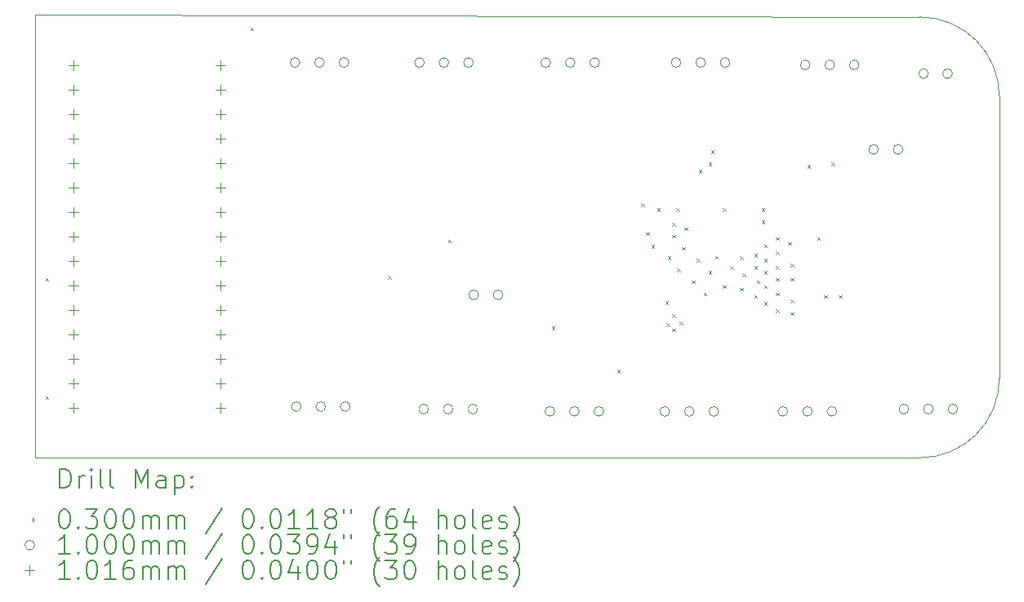
<source format=gbr>
%TF.GenerationSoftware,KiCad,Pcbnew,8.0.7*%
%TF.CreationDate,2024-12-28T15:12:02+03:00*%
%TF.ProjectId,FiveSwitch,46697665-5377-4697-9463-682e6b696361,rev?*%
%TF.SameCoordinates,Original*%
%TF.FileFunction,Drillmap*%
%TF.FilePolarity,Positive*%
%FSLAX45Y45*%
G04 Gerber Fmt 4.5, Leading zero omitted, Abs format (unit mm)*
G04 Created by KiCad (PCBNEW 8.0.7) date 2024-12-28 15:12:02*
%MOMM*%
%LPD*%
G01*
G04 APERTURE LIST*
%ADD10C,0.050000*%
%ADD11C,0.200000*%
%ADD12C,0.100000*%
%ADD13C,0.101600*%
G04 APERTURE END LIST*
D10*
X9925000Y-5075000D02*
X19100000Y-5100000D01*
X9925000Y-9675000D02*
X9925000Y-5075000D01*
X19100000Y-5100000D02*
G75*
G02*
X19925000Y-5925000I0J-825000D01*
G01*
X19925000Y-8850000D02*
G75*
G02*
X19100000Y-9675000I-825000J0D01*
G01*
X9925000Y-9675000D02*
X19100000Y-9675000D01*
X19925000Y-5925000D02*
X19925000Y-8850000D01*
D11*
D12*
X10035000Y-7810000D02*
X10065000Y-7840000D01*
X10065000Y-7810000D02*
X10035000Y-7840000D01*
X10035000Y-9035000D02*
X10065000Y-9065000D01*
X10065000Y-9035000D02*
X10035000Y-9065000D01*
X12160000Y-5210000D02*
X12190000Y-5240000D01*
X12190000Y-5210000D02*
X12160000Y-5240000D01*
X13585000Y-7785000D02*
X13615000Y-7815000D01*
X13615000Y-7785000D02*
X13585000Y-7815000D01*
X14210000Y-7410000D02*
X14240000Y-7440000D01*
X14240000Y-7410000D02*
X14210000Y-7440000D01*
X15285000Y-8310000D02*
X15315000Y-8340000D01*
X15315000Y-8310000D02*
X15285000Y-8340000D01*
X15960000Y-8760000D02*
X15990000Y-8790000D01*
X15990000Y-8760000D02*
X15960000Y-8790000D01*
X16210000Y-7035000D02*
X16240000Y-7065000D01*
X16240000Y-7035000D02*
X16210000Y-7065000D01*
X16260000Y-7335000D02*
X16290000Y-7365000D01*
X16290000Y-7335000D02*
X16260000Y-7365000D01*
X16317305Y-7465781D02*
X16347305Y-7495781D01*
X16347305Y-7465781D02*
X16317305Y-7495781D01*
X16375112Y-7084257D02*
X16405112Y-7114257D01*
X16405112Y-7084257D02*
X16375112Y-7114257D01*
X16461822Y-8049628D02*
X16491822Y-8079628D01*
X16491822Y-8049628D02*
X16461822Y-8079628D01*
X16473383Y-8277964D02*
X16503383Y-8307964D01*
X16503383Y-8277964D02*
X16473383Y-8307964D01*
X16485000Y-7585000D02*
X16515000Y-7615000D01*
X16515000Y-7585000D02*
X16485000Y-7615000D01*
X16535000Y-7235000D02*
X16565000Y-7265000D01*
X16565000Y-7235000D02*
X16535000Y-7265000D01*
X16535000Y-7360000D02*
X16565000Y-7390000D01*
X16565000Y-7360000D02*
X16535000Y-7390000D01*
X16535000Y-8185000D02*
X16565000Y-8215000D01*
X16565000Y-8185000D02*
X16535000Y-8215000D01*
X16535000Y-8335000D02*
X16565000Y-8365000D01*
X16565000Y-8335000D02*
X16535000Y-8365000D01*
X16574545Y-7084257D02*
X16604545Y-7114257D01*
X16604545Y-7084257D02*
X16574545Y-7114257D01*
X16585000Y-7710000D02*
X16615000Y-7740000D01*
X16615000Y-7710000D02*
X16585000Y-7740000D01*
X16610000Y-8260000D02*
X16640000Y-8290000D01*
X16640000Y-8260000D02*
X16610000Y-8290000D01*
X16635000Y-7485000D02*
X16665000Y-7515000D01*
X16665000Y-7485000D02*
X16635000Y-7515000D01*
X16660000Y-7285000D02*
X16690000Y-7315000D01*
X16690000Y-7285000D02*
X16660000Y-7315000D01*
X16735000Y-7835000D02*
X16765000Y-7865000D01*
X16765000Y-7835000D02*
X16735000Y-7865000D01*
X16785000Y-7610000D02*
X16815000Y-7640000D01*
X16815000Y-7610000D02*
X16785000Y-7640000D01*
X16810000Y-6685000D02*
X16840000Y-6715000D01*
X16840000Y-6685000D02*
X16810000Y-6715000D01*
X16860000Y-7960000D02*
X16890000Y-7990000D01*
X16890000Y-7960000D02*
X16860000Y-7990000D01*
X16910000Y-6610000D02*
X16940000Y-6640000D01*
X16940000Y-6610000D02*
X16910000Y-6640000D01*
X16910000Y-7735000D02*
X16940000Y-7765000D01*
X16940000Y-7735000D02*
X16910000Y-7765000D01*
X16935000Y-6485000D02*
X16965000Y-6515000D01*
X16965000Y-6485000D02*
X16935000Y-6515000D01*
X16976301Y-7578504D02*
X17006301Y-7608504D01*
X17006301Y-7578504D02*
X16976301Y-7608504D01*
X17060000Y-7085000D02*
X17090000Y-7115000D01*
X17090000Y-7085000D02*
X17060000Y-7115000D01*
X17060000Y-7885000D02*
X17090000Y-7915000D01*
X17090000Y-7885000D02*
X17060000Y-7915000D01*
X17135000Y-7685000D02*
X17165000Y-7715000D01*
X17165000Y-7685000D02*
X17135000Y-7715000D01*
X17235000Y-7585000D02*
X17265000Y-7615000D01*
X17265000Y-7585000D02*
X17235000Y-7615000D01*
X17235000Y-7910000D02*
X17265000Y-7940000D01*
X17265000Y-7910000D02*
X17235000Y-7940000D01*
X17260000Y-7760000D02*
X17290000Y-7790000D01*
X17290000Y-7760000D02*
X17260000Y-7790000D01*
X17385000Y-7560000D02*
X17415000Y-7590000D01*
X17415000Y-7560000D02*
X17385000Y-7590000D01*
X17385000Y-7685000D02*
X17415000Y-7715000D01*
X17415000Y-7685000D02*
X17385000Y-7715000D01*
X17385000Y-7985000D02*
X17415000Y-8015000D01*
X17415000Y-7985000D02*
X17385000Y-8015000D01*
X17410000Y-7835000D02*
X17440000Y-7865000D01*
X17440000Y-7835000D02*
X17410000Y-7865000D01*
X17460000Y-7085000D02*
X17490000Y-7115000D01*
X17490000Y-7085000D02*
X17460000Y-7115000D01*
X17460000Y-7210000D02*
X17490000Y-7240000D01*
X17490000Y-7210000D02*
X17460000Y-7240000D01*
X17485000Y-7460000D02*
X17515000Y-7490000D01*
X17515000Y-7460000D02*
X17485000Y-7490000D01*
X17485000Y-7610000D02*
X17515000Y-7640000D01*
X17515000Y-7610000D02*
X17485000Y-7640000D01*
X17485000Y-7735000D02*
X17515000Y-7765000D01*
X17515000Y-7735000D02*
X17485000Y-7765000D01*
X17485000Y-7885000D02*
X17515000Y-7915000D01*
X17515000Y-7885000D02*
X17485000Y-7915000D01*
X17485000Y-8060000D02*
X17515000Y-8090000D01*
X17515000Y-8060000D02*
X17485000Y-8090000D01*
X17610000Y-7385000D02*
X17640000Y-7415000D01*
X17640000Y-7385000D02*
X17610000Y-7415000D01*
X17610000Y-7535000D02*
X17640000Y-7565000D01*
X17640000Y-7535000D02*
X17610000Y-7565000D01*
X17610000Y-7685000D02*
X17640000Y-7715000D01*
X17640000Y-7685000D02*
X17610000Y-7715000D01*
X17610000Y-7810000D02*
X17640000Y-7840000D01*
X17640000Y-7810000D02*
X17610000Y-7840000D01*
X17610000Y-7960000D02*
X17640000Y-7990000D01*
X17640000Y-7960000D02*
X17610000Y-7990000D01*
X17610000Y-8135000D02*
X17640000Y-8165000D01*
X17640000Y-8135000D02*
X17610000Y-8165000D01*
X17735000Y-7435000D02*
X17765000Y-7465000D01*
X17765000Y-7435000D02*
X17735000Y-7465000D01*
X17759582Y-8162351D02*
X17789582Y-8192351D01*
X17789582Y-8162351D02*
X17759582Y-8192351D01*
X17760000Y-7660000D02*
X17790000Y-7690000D01*
X17790000Y-7660000D02*
X17760000Y-7690000D01*
X17760000Y-7810000D02*
X17790000Y-7840000D01*
X17790000Y-7810000D02*
X17760000Y-7840000D01*
X17760000Y-8035000D02*
X17790000Y-8065000D01*
X17790000Y-8035000D02*
X17760000Y-8065000D01*
X17935000Y-6635000D02*
X17965000Y-6665000D01*
X17965000Y-6635000D02*
X17935000Y-6665000D01*
X18035000Y-7385000D02*
X18065000Y-7415000D01*
X18065000Y-7385000D02*
X18035000Y-7415000D01*
X18110000Y-7985000D02*
X18140000Y-8015000D01*
X18140000Y-7985000D02*
X18110000Y-8015000D01*
X18185000Y-6610000D02*
X18215000Y-6640000D01*
X18215000Y-6610000D02*
X18185000Y-6640000D01*
X18260000Y-7985000D02*
X18290000Y-8015000D01*
X18290000Y-7985000D02*
X18260000Y-8015000D01*
X12671000Y-5572500D02*
G75*
G02*
X12571000Y-5572500I-50000J0D01*
G01*
X12571000Y-5572500D02*
G75*
G02*
X12671000Y-5572500I50000J0D01*
G01*
X12685070Y-9143584D02*
G75*
G02*
X12585070Y-9143584I-50000J0D01*
G01*
X12585070Y-9143584D02*
G75*
G02*
X12685070Y-9143584I50000J0D01*
G01*
X12925000Y-5572500D02*
G75*
G02*
X12825000Y-5572500I-50000J0D01*
G01*
X12825000Y-5572500D02*
G75*
G02*
X12925000Y-5572500I50000J0D01*
G01*
X12939070Y-9143584D02*
G75*
G02*
X12839070Y-9143584I-50000J0D01*
G01*
X12839070Y-9143584D02*
G75*
G02*
X12939070Y-9143584I50000J0D01*
G01*
X13179000Y-5572500D02*
G75*
G02*
X13079000Y-5572500I-50000J0D01*
G01*
X13079000Y-5572500D02*
G75*
G02*
X13179000Y-5572500I50000J0D01*
G01*
X13193070Y-9143584D02*
G75*
G02*
X13093070Y-9143584I-50000J0D01*
G01*
X13093070Y-9143584D02*
G75*
G02*
X13193070Y-9143584I50000J0D01*
G01*
X13962000Y-5572500D02*
G75*
G02*
X13862000Y-5572500I-50000J0D01*
G01*
X13862000Y-5572500D02*
G75*
G02*
X13962000Y-5572500I50000J0D01*
G01*
X14006070Y-9168584D02*
G75*
G02*
X13906070Y-9168584I-50000J0D01*
G01*
X13906070Y-9168584D02*
G75*
G02*
X14006070Y-9168584I50000J0D01*
G01*
X14216000Y-5572500D02*
G75*
G02*
X14116000Y-5572500I-50000J0D01*
G01*
X14116000Y-5572500D02*
G75*
G02*
X14216000Y-5572500I50000J0D01*
G01*
X14260070Y-9168584D02*
G75*
G02*
X14160070Y-9168584I-50000J0D01*
G01*
X14160070Y-9168584D02*
G75*
G02*
X14260070Y-9168584I50000J0D01*
G01*
X14470000Y-5572500D02*
G75*
G02*
X14370000Y-5572500I-50000J0D01*
G01*
X14370000Y-5572500D02*
G75*
G02*
X14470000Y-5572500I50000J0D01*
G01*
X14514070Y-9168584D02*
G75*
G02*
X14414070Y-9168584I-50000J0D01*
G01*
X14414070Y-9168584D02*
G75*
G02*
X14514070Y-9168584I50000J0D01*
G01*
X14523500Y-7985000D02*
G75*
G02*
X14423500Y-7985000I-50000J0D01*
G01*
X14423500Y-7985000D02*
G75*
G02*
X14523500Y-7985000I50000J0D01*
G01*
X14777500Y-7985000D02*
G75*
G02*
X14677500Y-7985000I-50000J0D01*
G01*
X14677500Y-7985000D02*
G75*
G02*
X14777500Y-7985000I50000J0D01*
G01*
X15271000Y-5572500D02*
G75*
G02*
X15171000Y-5572500I-50000J0D01*
G01*
X15171000Y-5572500D02*
G75*
G02*
X15271000Y-5572500I50000J0D01*
G01*
X15314070Y-9193584D02*
G75*
G02*
X15214070Y-9193584I-50000J0D01*
G01*
X15214070Y-9193584D02*
G75*
G02*
X15314070Y-9193584I50000J0D01*
G01*
X15525000Y-5572500D02*
G75*
G02*
X15425000Y-5572500I-50000J0D01*
G01*
X15425000Y-5572500D02*
G75*
G02*
X15525000Y-5572500I50000J0D01*
G01*
X15568070Y-9193584D02*
G75*
G02*
X15468070Y-9193584I-50000J0D01*
G01*
X15468070Y-9193584D02*
G75*
G02*
X15568070Y-9193584I50000J0D01*
G01*
X15779000Y-5572500D02*
G75*
G02*
X15679000Y-5572500I-50000J0D01*
G01*
X15679000Y-5572500D02*
G75*
G02*
X15779000Y-5572500I50000J0D01*
G01*
X15822070Y-9193584D02*
G75*
G02*
X15722070Y-9193584I-50000J0D01*
G01*
X15722070Y-9193584D02*
G75*
G02*
X15822070Y-9193584I50000J0D01*
G01*
X16506070Y-9193584D02*
G75*
G02*
X16406070Y-9193584I-50000J0D01*
G01*
X16406070Y-9193584D02*
G75*
G02*
X16506070Y-9193584I50000J0D01*
G01*
X16622500Y-5572500D02*
G75*
G02*
X16522500Y-5572500I-50000J0D01*
G01*
X16522500Y-5572500D02*
G75*
G02*
X16622500Y-5572500I50000J0D01*
G01*
X16760070Y-9193584D02*
G75*
G02*
X16660070Y-9193584I-50000J0D01*
G01*
X16660070Y-9193584D02*
G75*
G02*
X16760070Y-9193584I50000J0D01*
G01*
X16876500Y-5572500D02*
G75*
G02*
X16776500Y-5572500I-50000J0D01*
G01*
X16776500Y-5572500D02*
G75*
G02*
X16876500Y-5572500I50000J0D01*
G01*
X17014070Y-9193584D02*
G75*
G02*
X16914070Y-9193584I-50000J0D01*
G01*
X16914070Y-9193584D02*
G75*
G02*
X17014070Y-9193584I50000J0D01*
G01*
X17130500Y-5572500D02*
G75*
G02*
X17030500Y-5572500I-50000J0D01*
G01*
X17030500Y-5572500D02*
G75*
G02*
X17130500Y-5572500I50000J0D01*
G01*
X17731070Y-9193584D02*
G75*
G02*
X17631070Y-9193584I-50000J0D01*
G01*
X17631070Y-9193584D02*
G75*
G02*
X17731070Y-9193584I50000J0D01*
G01*
X17962000Y-5597500D02*
G75*
G02*
X17862000Y-5597500I-50000J0D01*
G01*
X17862000Y-5597500D02*
G75*
G02*
X17962000Y-5597500I50000J0D01*
G01*
X17985070Y-9193584D02*
G75*
G02*
X17885070Y-9193584I-50000J0D01*
G01*
X17885070Y-9193584D02*
G75*
G02*
X17985070Y-9193584I50000J0D01*
G01*
X18216000Y-5597500D02*
G75*
G02*
X18116000Y-5597500I-50000J0D01*
G01*
X18116000Y-5597500D02*
G75*
G02*
X18216000Y-5597500I50000J0D01*
G01*
X18239070Y-9193584D02*
G75*
G02*
X18139070Y-9193584I-50000J0D01*
G01*
X18139070Y-9193584D02*
G75*
G02*
X18239070Y-9193584I50000J0D01*
G01*
X18470000Y-5597500D02*
G75*
G02*
X18370000Y-5597500I-50000J0D01*
G01*
X18370000Y-5597500D02*
G75*
G02*
X18470000Y-5597500I50000J0D01*
G01*
X18671000Y-6475000D02*
G75*
G02*
X18571000Y-6475000I-50000J0D01*
G01*
X18571000Y-6475000D02*
G75*
G02*
X18671000Y-6475000I50000J0D01*
G01*
X18925000Y-6475000D02*
G75*
G02*
X18825000Y-6475000I-50000J0D01*
G01*
X18825000Y-6475000D02*
G75*
G02*
X18925000Y-6475000I50000J0D01*
G01*
X18985070Y-9168584D02*
G75*
G02*
X18885070Y-9168584I-50000J0D01*
G01*
X18885070Y-9168584D02*
G75*
G02*
X18985070Y-9168584I50000J0D01*
G01*
X19188712Y-5688310D02*
G75*
G02*
X19088712Y-5688310I-50000J0D01*
G01*
X19088712Y-5688310D02*
G75*
G02*
X19188712Y-5688310I50000J0D01*
G01*
X19239070Y-9168584D02*
G75*
G02*
X19139070Y-9168584I-50000J0D01*
G01*
X19139070Y-9168584D02*
G75*
G02*
X19239070Y-9168584I50000J0D01*
G01*
X19438712Y-5688310D02*
G75*
G02*
X19338712Y-5688310I-50000J0D01*
G01*
X19338712Y-5688310D02*
G75*
G02*
X19438712Y-5688310I50000J0D01*
G01*
X19493070Y-9168584D02*
G75*
G02*
X19393070Y-9168584I-50000J0D01*
G01*
X19393070Y-9168584D02*
G75*
G02*
X19493070Y-9168584I50000J0D01*
G01*
D13*
X10325000Y-5546200D02*
X10325000Y-5647800D01*
X10274200Y-5597000D02*
X10375800Y-5597000D01*
X10325000Y-5800200D02*
X10325000Y-5901800D01*
X10274200Y-5851000D02*
X10375800Y-5851000D01*
X10325000Y-6054200D02*
X10325000Y-6155800D01*
X10274200Y-6105000D02*
X10375800Y-6105000D01*
X10325000Y-6308200D02*
X10325000Y-6409800D01*
X10274200Y-6359000D02*
X10375800Y-6359000D01*
X10325000Y-6562200D02*
X10325000Y-6663800D01*
X10274200Y-6613000D02*
X10375800Y-6613000D01*
X10325000Y-6816200D02*
X10325000Y-6917800D01*
X10274200Y-6867000D02*
X10375800Y-6867000D01*
X10325000Y-7070200D02*
X10325000Y-7171800D01*
X10274200Y-7121000D02*
X10375800Y-7121000D01*
X10325000Y-7324200D02*
X10325000Y-7425800D01*
X10274200Y-7375000D02*
X10375800Y-7375000D01*
X10325000Y-7578200D02*
X10325000Y-7679800D01*
X10274200Y-7629000D02*
X10375800Y-7629000D01*
X10325000Y-7832200D02*
X10325000Y-7933800D01*
X10274200Y-7883000D02*
X10375800Y-7883000D01*
X10325000Y-8086200D02*
X10325000Y-8187800D01*
X10274200Y-8137000D02*
X10375800Y-8137000D01*
X10325000Y-8340200D02*
X10325000Y-8441800D01*
X10274200Y-8391000D02*
X10375800Y-8391000D01*
X10325000Y-8594200D02*
X10325000Y-8695800D01*
X10274200Y-8645000D02*
X10375800Y-8645000D01*
X10325000Y-8848200D02*
X10325000Y-8949800D01*
X10274200Y-8899000D02*
X10375800Y-8899000D01*
X10325000Y-9102200D02*
X10325000Y-9203800D01*
X10274200Y-9153000D02*
X10375800Y-9153000D01*
X11849000Y-5546200D02*
X11849000Y-5647800D01*
X11798200Y-5597000D02*
X11899800Y-5597000D01*
X11849000Y-5800200D02*
X11849000Y-5901800D01*
X11798200Y-5851000D02*
X11899800Y-5851000D01*
X11849000Y-6054200D02*
X11849000Y-6155800D01*
X11798200Y-6105000D02*
X11899800Y-6105000D01*
X11849000Y-6308200D02*
X11849000Y-6409800D01*
X11798200Y-6359000D02*
X11899800Y-6359000D01*
X11849000Y-6562200D02*
X11849000Y-6663800D01*
X11798200Y-6613000D02*
X11899800Y-6613000D01*
X11849000Y-6816200D02*
X11849000Y-6917800D01*
X11798200Y-6867000D02*
X11899800Y-6867000D01*
X11849000Y-7070200D02*
X11849000Y-7171800D01*
X11798200Y-7121000D02*
X11899800Y-7121000D01*
X11849000Y-7324200D02*
X11849000Y-7425800D01*
X11798200Y-7375000D02*
X11899800Y-7375000D01*
X11849000Y-7578200D02*
X11849000Y-7679800D01*
X11798200Y-7629000D02*
X11899800Y-7629000D01*
X11849000Y-7832200D02*
X11849000Y-7933800D01*
X11798200Y-7883000D02*
X11899800Y-7883000D01*
X11849000Y-8086200D02*
X11849000Y-8187800D01*
X11798200Y-8137000D02*
X11899800Y-8137000D01*
X11849000Y-8340200D02*
X11849000Y-8441800D01*
X11798200Y-8391000D02*
X11899800Y-8391000D01*
X11849000Y-8594200D02*
X11849000Y-8695800D01*
X11798200Y-8645000D02*
X11899800Y-8645000D01*
X11849000Y-8848200D02*
X11849000Y-8949800D01*
X11798200Y-8899000D02*
X11899800Y-8899000D01*
X11849000Y-9102200D02*
X11849000Y-9203800D01*
X11798200Y-9153000D02*
X11899800Y-9153000D01*
D11*
X10183277Y-9988984D02*
X10183277Y-9788984D01*
X10183277Y-9788984D02*
X10230896Y-9788984D01*
X10230896Y-9788984D02*
X10259467Y-9798508D01*
X10259467Y-9798508D02*
X10278515Y-9817555D01*
X10278515Y-9817555D02*
X10288039Y-9836603D01*
X10288039Y-9836603D02*
X10297563Y-9874698D01*
X10297563Y-9874698D02*
X10297563Y-9903270D01*
X10297563Y-9903270D02*
X10288039Y-9941365D01*
X10288039Y-9941365D02*
X10278515Y-9960412D01*
X10278515Y-9960412D02*
X10259467Y-9979460D01*
X10259467Y-9979460D02*
X10230896Y-9988984D01*
X10230896Y-9988984D02*
X10183277Y-9988984D01*
X10383277Y-9988984D02*
X10383277Y-9855650D01*
X10383277Y-9893746D02*
X10392801Y-9874698D01*
X10392801Y-9874698D02*
X10402324Y-9865174D01*
X10402324Y-9865174D02*
X10421372Y-9855650D01*
X10421372Y-9855650D02*
X10440420Y-9855650D01*
X10507086Y-9988984D02*
X10507086Y-9855650D01*
X10507086Y-9788984D02*
X10497563Y-9798508D01*
X10497563Y-9798508D02*
X10507086Y-9808031D01*
X10507086Y-9808031D02*
X10516610Y-9798508D01*
X10516610Y-9798508D02*
X10507086Y-9788984D01*
X10507086Y-9788984D02*
X10507086Y-9808031D01*
X10630896Y-9988984D02*
X10611848Y-9979460D01*
X10611848Y-9979460D02*
X10602324Y-9960412D01*
X10602324Y-9960412D02*
X10602324Y-9788984D01*
X10735658Y-9988984D02*
X10716610Y-9979460D01*
X10716610Y-9979460D02*
X10707086Y-9960412D01*
X10707086Y-9960412D02*
X10707086Y-9788984D01*
X10964229Y-9988984D02*
X10964229Y-9788984D01*
X10964229Y-9788984D02*
X11030896Y-9931841D01*
X11030896Y-9931841D02*
X11097563Y-9788984D01*
X11097563Y-9788984D02*
X11097563Y-9988984D01*
X11278515Y-9988984D02*
X11278515Y-9884222D01*
X11278515Y-9884222D02*
X11268991Y-9865174D01*
X11268991Y-9865174D02*
X11249943Y-9855650D01*
X11249943Y-9855650D02*
X11211848Y-9855650D01*
X11211848Y-9855650D02*
X11192801Y-9865174D01*
X11278515Y-9979460D02*
X11259467Y-9988984D01*
X11259467Y-9988984D02*
X11211848Y-9988984D01*
X11211848Y-9988984D02*
X11192801Y-9979460D01*
X11192801Y-9979460D02*
X11183277Y-9960412D01*
X11183277Y-9960412D02*
X11183277Y-9941365D01*
X11183277Y-9941365D02*
X11192801Y-9922317D01*
X11192801Y-9922317D02*
X11211848Y-9912793D01*
X11211848Y-9912793D02*
X11259467Y-9912793D01*
X11259467Y-9912793D02*
X11278515Y-9903270D01*
X11373753Y-9855650D02*
X11373753Y-10055650D01*
X11373753Y-9865174D02*
X11392801Y-9855650D01*
X11392801Y-9855650D02*
X11430896Y-9855650D01*
X11430896Y-9855650D02*
X11449943Y-9865174D01*
X11449943Y-9865174D02*
X11459467Y-9874698D01*
X11459467Y-9874698D02*
X11468991Y-9893746D01*
X11468991Y-9893746D02*
X11468991Y-9950889D01*
X11468991Y-9950889D02*
X11459467Y-9969936D01*
X11459467Y-9969936D02*
X11449943Y-9979460D01*
X11449943Y-9979460D02*
X11430896Y-9988984D01*
X11430896Y-9988984D02*
X11392801Y-9988984D01*
X11392801Y-9988984D02*
X11373753Y-9979460D01*
X11554705Y-9969936D02*
X11564229Y-9979460D01*
X11564229Y-9979460D02*
X11554705Y-9988984D01*
X11554705Y-9988984D02*
X11545182Y-9979460D01*
X11545182Y-9979460D02*
X11554705Y-9969936D01*
X11554705Y-9969936D02*
X11554705Y-9988984D01*
X11554705Y-9865174D02*
X11564229Y-9874698D01*
X11564229Y-9874698D02*
X11554705Y-9884222D01*
X11554705Y-9884222D02*
X11545182Y-9874698D01*
X11545182Y-9874698D02*
X11554705Y-9865174D01*
X11554705Y-9865174D02*
X11554705Y-9884222D01*
D12*
X9892500Y-10302500D02*
X9922500Y-10332500D01*
X9922500Y-10302500D02*
X9892500Y-10332500D01*
D11*
X10221372Y-10208984D02*
X10240420Y-10208984D01*
X10240420Y-10208984D02*
X10259467Y-10218508D01*
X10259467Y-10218508D02*
X10268991Y-10228031D01*
X10268991Y-10228031D02*
X10278515Y-10247079D01*
X10278515Y-10247079D02*
X10288039Y-10285174D01*
X10288039Y-10285174D02*
X10288039Y-10332793D01*
X10288039Y-10332793D02*
X10278515Y-10370889D01*
X10278515Y-10370889D02*
X10268991Y-10389936D01*
X10268991Y-10389936D02*
X10259467Y-10399460D01*
X10259467Y-10399460D02*
X10240420Y-10408984D01*
X10240420Y-10408984D02*
X10221372Y-10408984D01*
X10221372Y-10408984D02*
X10202324Y-10399460D01*
X10202324Y-10399460D02*
X10192801Y-10389936D01*
X10192801Y-10389936D02*
X10183277Y-10370889D01*
X10183277Y-10370889D02*
X10173753Y-10332793D01*
X10173753Y-10332793D02*
X10173753Y-10285174D01*
X10173753Y-10285174D02*
X10183277Y-10247079D01*
X10183277Y-10247079D02*
X10192801Y-10228031D01*
X10192801Y-10228031D02*
X10202324Y-10218508D01*
X10202324Y-10218508D02*
X10221372Y-10208984D01*
X10373753Y-10389936D02*
X10383277Y-10399460D01*
X10383277Y-10399460D02*
X10373753Y-10408984D01*
X10373753Y-10408984D02*
X10364229Y-10399460D01*
X10364229Y-10399460D02*
X10373753Y-10389936D01*
X10373753Y-10389936D02*
X10373753Y-10408984D01*
X10449944Y-10208984D02*
X10573753Y-10208984D01*
X10573753Y-10208984D02*
X10507086Y-10285174D01*
X10507086Y-10285174D02*
X10535658Y-10285174D01*
X10535658Y-10285174D02*
X10554705Y-10294698D01*
X10554705Y-10294698D02*
X10564229Y-10304222D01*
X10564229Y-10304222D02*
X10573753Y-10323270D01*
X10573753Y-10323270D02*
X10573753Y-10370889D01*
X10573753Y-10370889D02*
X10564229Y-10389936D01*
X10564229Y-10389936D02*
X10554705Y-10399460D01*
X10554705Y-10399460D02*
X10535658Y-10408984D01*
X10535658Y-10408984D02*
X10478515Y-10408984D01*
X10478515Y-10408984D02*
X10459467Y-10399460D01*
X10459467Y-10399460D02*
X10449944Y-10389936D01*
X10697563Y-10208984D02*
X10716610Y-10208984D01*
X10716610Y-10208984D02*
X10735658Y-10218508D01*
X10735658Y-10218508D02*
X10745182Y-10228031D01*
X10745182Y-10228031D02*
X10754705Y-10247079D01*
X10754705Y-10247079D02*
X10764229Y-10285174D01*
X10764229Y-10285174D02*
X10764229Y-10332793D01*
X10764229Y-10332793D02*
X10754705Y-10370889D01*
X10754705Y-10370889D02*
X10745182Y-10389936D01*
X10745182Y-10389936D02*
X10735658Y-10399460D01*
X10735658Y-10399460D02*
X10716610Y-10408984D01*
X10716610Y-10408984D02*
X10697563Y-10408984D01*
X10697563Y-10408984D02*
X10678515Y-10399460D01*
X10678515Y-10399460D02*
X10668991Y-10389936D01*
X10668991Y-10389936D02*
X10659467Y-10370889D01*
X10659467Y-10370889D02*
X10649944Y-10332793D01*
X10649944Y-10332793D02*
X10649944Y-10285174D01*
X10649944Y-10285174D02*
X10659467Y-10247079D01*
X10659467Y-10247079D02*
X10668991Y-10228031D01*
X10668991Y-10228031D02*
X10678515Y-10218508D01*
X10678515Y-10218508D02*
X10697563Y-10208984D01*
X10888039Y-10208984D02*
X10907086Y-10208984D01*
X10907086Y-10208984D02*
X10926134Y-10218508D01*
X10926134Y-10218508D02*
X10935658Y-10228031D01*
X10935658Y-10228031D02*
X10945182Y-10247079D01*
X10945182Y-10247079D02*
X10954705Y-10285174D01*
X10954705Y-10285174D02*
X10954705Y-10332793D01*
X10954705Y-10332793D02*
X10945182Y-10370889D01*
X10945182Y-10370889D02*
X10935658Y-10389936D01*
X10935658Y-10389936D02*
X10926134Y-10399460D01*
X10926134Y-10399460D02*
X10907086Y-10408984D01*
X10907086Y-10408984D02*
X10888039Y-10408984D01*
X10888039Y-10408984D02*
X10868991Y-10399460D01*
X10868991Y-10399460D02*
X10859467Y-10389936D01*
X10859467Y-10389936D02*
X10849944Y-10370889D01*
X10849944Y-10370889D02*
X10840420Y-10332793D01*
X10840420Y-10332793D02*
X10840420Y-10285174D01*
X10840420Y-10285174D02*
X10849944Y-10247079D01*
X10849944Y-10247079D02*
X10859467Y-10228031D01*
X10859467Y-10228031D02*
X10868991Y-10218508D01*
X10868991Y-10218508D02*
X10888039Y-10208984D01*
X11040420Y-10408984D02*
X11040420Y-10275650D01*
X11040420Y-10294698D02*
X11049944Y-10285174D01*
X11049944Y-10285174D02*
X11068991Y-10275650D01*
X11068991Y-10275650D02*
X11097563Y-10275650D01*
X11097563Y-10275650D02*
X11116610Y-10285174D01*
X11116610Y-10285174D02*
X11126134Y-10304222D01*
X11126134Y-10304222D02*
X11126134Y-10408984D01*
X11126134Y-10304222D02*
X11135658Y-10285174D01*
X11135658Y-10285174D02*
X11154705Y-10275650D01*
X11154705Y-10275650D02*
X11183277Y-10275650D01*
X11183277Y-10275650D02*
X11202324Y-10285174D01*
X11202324Y-10285174D02*
X11211848Y-10304222D01*
X11211848Y-10304222D02*
X11211848Y-10408984D01*
X11307086Y-10408984D02*
X11307086Y-10275650D01*
X11307086Y-10294698D02*
X11316610Y-10285174D01*
X11316610Y-10285174D02*
X11335658Y-10275650D01*
X11335658Y-10275650D02*
X11364229Y-10275650D01*
X11364229Y-10275650D02*
X11383277Y-10285174D01*
X11383277Y-10285174D02*
X11392801Y-10304222D01*
X11392801Y-10304222D02*
X11392801Y-10408984D01*
X11392801Y-10304222D02*
X11402324Y-10285174D01*
X11402324Y-10285174D02*
X11421372Y-10275650D01*
X11421372Y-10275650D02*
X11449943Y-10275650D01*
X11449943Y-10275650D02*
X11468991Y-10285174D01*
X11468991Y-10285174D02*
X11478515Y-10304222D01*
X11478515Y-10304222D02*
X11478515Y-10408984D01*
X11868991Y-10199460D02*
X11697563Y-10456603D01*
X12126134Y-10208984D02*
X12145182Y-10208984D01*
X12145182Y-10208984D02*
X12164229Y-10218508D01*
X12164229Y-10218508D02*
X12173753Y-10228031D01*
X12173753Y-10228031D02*
X12183277Y-10247079D01*
X12183277Y-10247079D02*
X12192801Y-10285174D01*
X12192801Y-10285174D02*
X12192801Y-10332793D01*
X12192801Y-10332793D02*
X12183277Y-10370889D01*
X12183277Y-10370889D02*
X12173753Y-10389936D01*
X12173753Y-10389936D02*
X12164229Y-10399460D01*
X12164229Y-10399460D02*
X12145182Y-10408984D01*
X12145182Y-10408984D02*
X12126134Y-10408984D01*
X12126134Y-10408984D02*
X12107086Y-10399460D01*
X12107086Y-10399460D02*
X12097563Y-10389936D01*
X12097563Y-10389936D02*
X12088039Y-10370889D01*
X12088039Y-10370889D02*
X12078515Y-10332793D01*
X12078515Y-10332793D02*
X12078515Y-10285174D01*
X12078515Y-10285174D02*
X12088039Y-10247079D01*
X12088039Y-10247079D02*
X12097563Y-10228031D01*
X12097563Y-10228031D02*
X12107086Y-10218508D01*
X12107086Y-10218508D02*
X12126134Y-10208984D01*
X12278515Y-10389936D02*
X12288039Y-10399460D01*
X12288039Y-10399460D02*
X12278515Y-10408984D01*
X12278515Y-10408984D02*
X12268991Y-10399460D01*
X12268991Y-10399460D02*
X12278515Y-10389936D01*
X12278515Y-10389936D02*
X12278515Y-10408984D01*
X12411848Y-10208984D02*
X12430896Y-10208984D01*
X12430896Y-10208984D02*
X12449944Y-10218508D01*
X12449944Y-10218508D02*
X12459467Y-10228031D01*
X12459467Y-10228031D02*
X12468991Y-10247079D01*
X12468991Y-10247079D02*
X12478515Y-10285174D01*
X12478515Y-10285174D02*
X12478515Y-10332793D01*
X12478515Y-10332793D02*
X12468991Y-10370889D01*
X12468991Y-10370889D02*
X12459467Y-10389936D01*
X12459467Y-10389936D02*
X12449944Y-10399460D01*
X12449944Y-10399460D02*
X12430896Y-10408984D01*
X12430896Y-10408984D02*
X12411848Y-10408984D01*
X12411848Y-10408984D02*
X12392801Y-10399460D01*
X12392801Y-10399460D02*
X12383277Y-10389936D01*
X12383277Y-10389936D02*
X12373753Y-10370889D01*
X12373753Y-10370889D02*
X12364229Y-10332793D01*
X12364229Y-10332793D02*
X12364229Y-10285174D01*
X12364229Y-10285174D02*
X12373753Y-10247079D01*
X12373753Y-10247079D02*
X12383277Y-10228031D01*
X12383277Y-10228031D02*
X12392801Y-10218508D01*
X12392801Y-10218508D02*
X12411848Y-10208984D01*
X12668991Y-10408984D02*
X12554706Y-10408984D01*
X12611848Y-10408984D02*
X12611848Y-10208984D01*
X12611848Y-10208984D02*
X12592801Y-10237555D01*
X12592801Y-10237555D02*
X12573753Y-10256603D01*
X12573753Y-10256603D02*
X12554706Y-10266127D01*
X12859467Y-10408984D02*
X12745182Y-10408984D01*
X12802325Y-10408984D02*
X12802325Y-10208984D01*
X12802325Y-10208984D02*
X12783277Y-10237555D01*
X12783277Y-10237555D02*
X12764229Y-10256603D01*
X12764229Y-10256603D02*
X12745182Y-10266127D01*
X12973753Y-10294698D02*
X12954706Y-10285174D01*
X12954706Y-10285174D02*
X12945182Y-10275650D01*
X12945182Y-10275650D02*
X12935658Y-10256603D01*
X12935658Y-10256603D02*
X12935658Y-10247079D01*
X12935658Y-10247079D02*
X12945182Y-10228031D01*
X12945182Y-10228031D02*
X12954706Y-10218508D01*
X12954706Y-10218508D02*
X12973753Y-10208984D01*
X12973753Y-10208984D02*
X13011848Y-10208984D01*
X13011848Y-10208984D02*
X13030896Y-10218508D01*
X13030896Y-10218508D02*
X13040420Y-10228031D01*
X13040420Y-10228031D02*
X13049944Y-10247079D01*
X13049944Y-10247079D02*
X13049944Y-10256603D01*
X13049944Y-10256603D02*
X13040420Y-10275650D01*
X13040420Y-10275650D02*
X13030896Y-10285174D01*
X13030896Y-10285174D02*
X13011848Y-10294698D01*
X13011848Y-10294698D02*
X12973753Y-10294698D01*
X12973753Y-10294698D02*
X12954706Y-10304222D01*
X12954706Y-10304222D02*
X12945182Y-10313746D01*
X12945182Y-10313746D02*
X12935658Y-10332793D01*
X12935658Y-10332793D02*
X12935658Y-10370889D01*
X12935658Y-10370889D02*
X12945182Y-10389936D01*
X12945182Y-10389936D02*
X12954706Y-10399460D01*
X12954706Y-10399460D02*
X12973753Y-10408984D01*
X12973753Y-10408984D02*
X13011848Y-10408984D01*
X13011848Y-10408984D02*
X13030896Y-10399460D01*
X13030896Y-10399460D02*
X13040420Y-10389936D01*
X13040420Y-10389936D02*
X13049944Y-10370889D01*
X13049944Y-10370889D02*
X13049944Y-10332793D01*
X13049944Y-10332793D02*
X13040420Y-10313746D01*
X13040420Y-10313746D02*
X13030896Y-10304222D01*
X13030896Y-10304222D02*
X13011848Y-10294698D01*
X13126134Y-10208984D02*
X13126134Y-10247079D01*
X13202325Y-10208984D02*
X13202325Y-10247079D01*
X13497563Y-10485174D02*
X13488039Y-10475650D01*
X13488039Y-10475650D02*
X13468991Y-10447079D01*
X13468991Y-10447079D02*
X13459468Y-10428031D01*
X13459468Y-10428031D02*
X13449944Y-10399460D01*
X13449944Y-10399460D02*
X13440420Y-10351841D01*
X13440420Y-10351841D02*
X13440420Y-10313746D01*
X13440420Y-10313746D02*
X13449944Y-10266127D01*
X13449944Y-10266127D02*
X13459468Y-10237555D01*
X13459468Y-10237555D02*
X13468991Y-10218508D01*
X13468991Y-10218508D02*
X13488039Y-10189936D01*
X13488039Y-10189936D02*
X13497563Y-10180412D01*
X13659468Y-10208984D02*
X13621372Y-10208984D01*
X13621372Y-10208984D02*
X13602325Y-10218508D01*
X13602325Y-10218508D02*
X13592801Y-10228031D01*
X13592801Y-10228031D02*
X13573753Y-10256603D01*
X13573753Y-10256603D02*
X13564229Y-10294698D01*
X13564229Y-10294698D02*
X13564229Y-10370889D01*
X13564229Y-10370889D02*
X13573753Y-10389936D01*
X13573753Y-10389936D02*
X13583277Y-10399460D01*
X13583277Y-10399460D02*
X13602325Y-10408984D01*
X13602325Y-10408984D02*
X13640420Y-10408984D01*
X13640420Y-10408984D02*
X13659468Y-10399460D01*
X13659468Y-10399460D02*
X13668991Y-10389936D01*
X13668991Y-10389936D02*
X13678515Y-10370889D01*
X13678515Y-10370889D02*
X13678515Y-10323270D01*
X13678515Y-10323270D02*
X13668991Y-10304222D01*
X13668991Y-10304222D02*
X13659468Y-10294698D01*
X13659468Y-10294698D02*
X13640420Y-10285174D01*
X13640420Y-10285174D02*
X13602325Y-10285174D01*
X13602325Y-10285174D02*
X13583277Y-10294698D01*
X13583277Y-10294698D02*
X13573753Y-10304222D01*
X13573753Y-10304222D02*
X13564229Y-10323270D01*
X13849944Y-10275650D02*
X13849944Y-10408984D01*
X13802325Y-10199460D02*
X13754706Y-10342317D01*
X13754706Y-10342317D02*
X13878515Y-10342317D01*
X14107087Y-10408984D02*
X14107087Y-10208984D01*
X14192801Y-10408984D02*
X14192801Y-10304222D01*
X14192801Y-10304222D02*
X14183277Y-10285174D01*
X14183277Y-10285174D02*
X14164230Y-10275650D01*
X14164230Y-10275650D02*
X14135658Y-10275650D01*
X14135658Y-10275650D02*
X14116610Y-10285174D01*
X14116610Y-10285174D02*
X14107087Y-10294698D01*
X14316610Y-10408984D02*
X14297563Y-10399460D01*
X14297563Y-10399460D02*
X14288039Y-10389936D01*
X14288039Y-10389936D02*
X14278515Y-10370889D01*
X14278515Y-10370889D02*
X14278515Y-10313746D01*
X14278515Y-10313746D02*
X14288039Y-10294698D01*
X14288039Y-10294698D02*
X14297563Y-10285174D01*
X14297563Y-10285174D02*
X14316610Y-10275650D01*
X14316610Y-10275650D02*
X14345182Y-10275650D01*
X14345182Y-10275650D02*
X14364230Y-10285174D01*
X14364230Y-10285174D02*
X14373753Y-10294698D01*
X14373753Y-10294698D02*
X14383277Y-10313746D01*
X14383277Y-10313746D02*
X14383277Y-10370889D01*
X14383277Y-10370889D02*
X14373753Y-10389936D01*
X14373753Y-10389936D02*
X14364230Y-10399460D01*
X14364230Y-10399460D02*
X14345182Y-10408984D01*
X14345182Y-10408984D02*
X14316610Y-10408984D01*
X14497563Y-10408984D02*
X14478515Y-10399460D01*
X14478515Y-10399460D02*
X14468991Y-10380412D01*
X14468991Y-10380412D02*
X14468991Y-10208984D01*
X14649944Y-10399460D02*
X14630896Y-10408984D01*
X14630896Y-10408984D02*
X14592801Y-10408984D01*
X14592801Y-10408984D02*
X14573753Y-10399460D01*
X14573753Y-10399460D02*
X14564230Y-10380412D01*
X14564230Y-10380412D02*
X14564230Y-10304222D01*
X14564230Y-10304222D02*
X14573753Y-10285174D01*
X14573753Y-10285174D02*
X14592801Y-10275650D01*
X14592801Y-10275650D02*
X14630896Y-10275650D01*
X14630896Y-10275650D02*
X14649944Y-10285174D01*
X14649944Y-10285174D02*
X14659468Y-10304222D01*
X14659468Y-10304222D02*
X14659468Y-10323270D01*
X14659468Y-10323270D02*
X14564230Y-10342317D01*
X14735658Y-10399460D02*
X14754706Y-10408984D01*
X14754706Y-10408984D02*
X14792801Y-10408984D01*
X14792801Y-10408984D02*
X14811849Y-10399460D01*
X14811849Y-10399460D02*
X14821372Y-10380412D01*
X14821372Y-10380412D02*
X14821372Y-10370889D01*
X14821372Y-10370889D02*
X14811849Y-10351841D01*
X14811849Y-10351841D02*
X14792801Y-10342317D01*
X14792801Y-10342317D02*
X14764230Y-10342317D01*
X14764230Y-10342317D02*
X14745182Y-10332793D01*
X14745182Y-10332793D02*
X14735658Y-10313746D01*
X14735658Y-10313746D02*
X14735658Y-10304222D01*
X14735658Y-10304222D02*
X14745182Y-10285174D01*
X14745182Y-10285174D02*
X14764230Y-10275650D01*
X14764230Y-10275650D02*
X14792801Y-10275650D01*
X14792801Y-10275650D02*
X14811849Y-10285174D01*
X14888039Y-10485174D02*
X14897563Y-10475650D01*
X14897563Y-10475650D02*
X14916611Y-10447079D01*
X14916611Y-10447079D02*
X14926134Y-10428031D01*
X14926134Y-10428031D02*
X14935658Y-10399460D01*
X14935658Y-10399460D02*
X14945182Y-10351841D01*
X14945182Y-10351841D02*
X14945182Y-10313746D01*
X14945182Y-10313746D02*
X14935658Y-10266127D01*
X14935658Y-10266127D02*
X14926134Y-10237555D01*
X14926134Y-10237555D02*
X14916611Y-10218508D01*
X14916611Y-10218508D02*
X14897563Y-10189936D01*
X14897563Y-10189936D02*
X14888039Y-10180412D01*
D12*
X9922500Y-10581500D02*
G75*
G02*
X9822500Y-10581500I-50000J0D01*
G01*
X9822500Y-10581500D02*
G75*
G02*
X9922500Y-10581500I50000J0D01*
G01*
D11*
X10288039Y-10672984D02*
X10173753Y-10672984D01*
X10230896Y-10672984D02*
X10230896Y-10472984D01*
X10230896Y-10472984D02*
X10211848Y-10501555D01*
X10211848Y-10501555D02*
X10192801Y-10520603D01*
X10192801Y-10520603D02*
X10173753Y-10530127D01*
X10373753Y-10653936D02*
X10383277Y-10663460D01*
X10383277Y-10663460D02*
X10373753Y-10672984D01*
X10373753Y-10672984D02*
X10364229Y-10663460D01*
X10364229Y-10663460D02*
X10373753Y-10653936D01*
X10373753Y-10653936D02*
X10373753Y-10672984D01*
X10507086Y-10472984D02*
X10526134Y-10472984D01*
X10526134Y-10472984D02*
X10545182Y-10482508D01*
X10545182Y-10482508D02*
X10554705Y-10492031D01*
X10554705Y-10492031D02*
X10564229Y-10511079D01*
X10564229Y-10511079D02*
X10573753Y-10549174D01*
X10573753Y-10549174D02*
X10573753Y-10596793D01*
X10573753Y-10596793D02*
X10564229Y-10634889D01*
X10564229Y-10634889D02*
X10554705Y-10653936D01*
X10554705Y-10653936D02*
X10545182Y-10663460D01*
X10545182Y-10663460D02*
X10526134Y-10672984D01*
X10526134Y-10672984D02*
X10507086Y-10672984D01*
X10507086Y-10672984D02*
X10488039Y-10663460D01*
X10488039Y-10663460D02*
X10478515Y-10653936D01*
X10478515Y-10653936D02*
X10468991Y-10634889D01*
X10468991Y-10634889D02*
X10459467Y-10596793D01*
X10459467Y-10596793D02*
X10459467Y-10549174D01*
X10459467Y-10549174D02*
X10468991Y-10511079D01*
X10468991Y-10511079D02*
X10478515Y-10492031D01*
X10478515Y-10492031D02*
X10488039Y-10482508D01*
X10488039Y-10482508D02*
X10507086Y-10472984D01*
X10697563Y-10472984D02*
X10716610Y-10472984D01*
X10716610Y-10472984D02*
X10735658Y-10482508D01*
X10735658Y-10482508D02*
X10745182Y-10492031D01*
X10745182Y-10492031D02*
X10754705Y-10511079D01*
X10754705Y-10511079D02*
X10764229Y-10549174D01*
X10764229Y-10549174D02*
X10764229Y-10596793D01*
X10764229Y-10596793D02*
X10754705Y-10634889D01*
X10754705Y-10634889D02*
X10745182Y-10653936D01*
X10745182Y-10653936D02*
X10735658Y-10663460D01*
X10735658Y-10663460D02*
X10716610Y-10672984D01*
X10716610Y-10672984D02*
X10697563Y-10672984D01*
X10697563Y-10672984D02*
X10678515Y-10663460D01*
X10678515Y-10663460D02*
X10668991Y-10653936D01*
X10668991Y-10653936D02*
X10659467Y-10634889D01*
X10659467Y-10634889D02*
X10649944Y-10596793D01*
X10649944Y-10596793D02*
X10649944Y-10549174D01*
X10649944Y-10549174D02*
X10659467Y-10511079D01*
X10659467Y-10511079D02*
X10668991Y-10492031D01*
X10668991Y-10492031D02*
X10678515Y-10482508D01*
X10678515Y-10482508D02*
X10697563Y-10472984D01*
X10888039Y-10472984D02*
X10907086Y-10472984D01*
X10907086Y-10472984D02*
X10926134Y-10482508D01*
X10926134Y-10482508D02*
X10935658Y-10492031D01*
X10935658Y-10492031D02*
X10945182Y-10511079D01*
X10945182Y-10511079D02*
X10954705Y-10549174D01*
X10954705Y-10549174D02*
X10954705Y-10596793D01*
X10954705Y-10596793D02*
X10945182Y-10634889D01*
X10945182Y-10634889D02*
X10935658Y-10653936D01*
X10935658Y-10653936D02*
X10926134Y-10663460D01*
X10926134Y-10663460D02*
X10907086Y-10672984D01*
X10907086Y-10672984D02*
X10888039Y-10672984D01*
X10888039Y-10672984D02*
X10868991Y-10663460D01*
X10868991Y-10663460D02*
X10859467Y-10653936D01*
X10859467Y-10653936D02*
X10849944Y-10634889D01*
X10849944Y-10634889D02*
X10840420Y-10596793D01*
X10840420Y-10596793D02*
X10840420Y-10549174D01*
X10840420Y-10549174D02*
X10849944Y-10511079D01*
X10849944Y-10511079D02*
X10859467Y-10492031D01*
X10859467Y-10492031D02*
X10868991Y-10482508D01*
X10868991Y-10482508D02*
X10888039Y-10472984D01*
X11040420Y-10672984D02*
X11040420Y-10539650D01*
X11040420Y-10558698D02*
X11049944Y-10549174D01*
X11049944Y-10549174D02*
X11068991Y-10539650D01*
X11068991Y-10539650D02*
X11097563Y-10539650D01*
X11097563Y-10539650D02*
X11116610Y-10549174D01*
X11116610Y-10549174D02*
X11126134Y-10568222D01*
X11126134Y-10568222D02*
X11126134Y-10672984D01*
X11126134Y-10568222D02*
X11135658Y-10549174D01*
X11135658Y-10549174D02*
X11154705Y-10539650D01*
X11154705Y-10539650D02*
X11183277Y-10539650D01*
X11183277Y-10539650D02*
X11202324Y-10549174D01*
X11202324Y-10549174D02*
X11211848Y-10568222D01*
X11211848Y-10568222D02*
X11211848Y-10672984D01*
X11307086Y-10672984D02*
X11307086Y-10539650D01*
X11307086Y-10558698D02*
X11316610Y-10549174D01*
X11316610Y-10549174D02*
X11335658Y-10539650D01*
X11335658Y-10539650D02*
X11364229Y-10539650D01*
X11364229Y-10539650D02*
X11383277Y-10549174D01*
X11383277Y-10549174D02*
X11392801Y-10568222D01*
X11392801Y-10568222D02*
X11392801Y-10672984D01*
X11392801Y-10568222D02*
X11402324Y-10549174D01*
X11402324Y-10549174D02*
X11421372Y-10539650D01*
X11421372Y-10539650D02*
X11449943Y-10539650D01*
X11449943Y-10539650D02*
X11468991Y-10549174D01*
X11468991Y-10549174D02*
X11478515Y-10568222D01*
X11478515Y-10568222D02*
X11478515Y-10672984D01*
X11868991Y-10463460D02*
X11697563Y-10720603D01*
X12126134Y-10472984D02*
X12145182Y-10472984D01*
X12145182Y-10472984D02*
X12164229Y-10482508D01*
X12164229Y-10482508D02*
X12173753Y-10492031D01*
X12173753Y-10492031D02*
X12183277Y-10511079D01*
X12183277Y-10511079D02*
X12192801Y-10549174D01*
X12192801Y-10549174D02*
X12192801Y-10596793D01*
X12192801Y-10596793D02*
X12183277Y-10634889D01*
X12183277Y-10634889D02*
X12173753Y-10653936D01*
X12173753Y-10653936D02*
X12164229Y-10663460D01*
X12164229Y-10663460D02*
X12145182Y-10672984D01*
X12145182Y-10672984D02*
X12126134Y-10672984D01*
X12126134Y-10672984D02*
X12107086Y-10663460D01*
X12107086Y-10663460D02*
X12097563Y-10653936D01*
X12097563Y-10653936D02*
X12088039Y-10634889D01*
X12088039Y-10634889D02*
X12078515Y-10596793D01*
X12078515Y-10596793D02*
X12078515Y-10549174D01*
X12078515Y-10549174D02*
X12088039Y-10511079D01*
X12088039Y-10511079D02*
X12097563Y-10492031D01*
X12097563Y-10492031D02*
X12107086Y-10482508D01*
X12107086Y-10482508D02*
X12126134Y-10472984D01*
X12278515Y-10653936D02*
X12288039Y-10663460D01*
X12288039Y-10663460D02*
X12278515Y-10672984D01*
X12278515Y-10672984D02*
X12268991Y-10663460D01*
X12268991Y-10663460D02*
X12278515Y-10653936D01*
X12278515Y-10653936D02*
X12278515Y-10672984D01*
X12411848Y-10472984D02*
X12430896Y-10472984D01*
X12430896Y-10472984D02*
X12449944Y-10482508D01*
X12449944Y-10482508D02*
X12459467Y-10492031D01*
X12459467Y-10492031D02*
X12468991Y-10511079D01*
X12468991Y-10511079D02*
X12478515Y-10549174D01*
X12478515Y-10549174D02*
X12478515Y-10596793D01*
X12478515Y-10596793D02*
X12468991Y-10634889D01*
X12468991Y-10634889D02*
X12459467Y-10653936D01*
X12459467Y-10653936D02*
X12449944Y-10663460D01*
X12449944Y-10663460D02*
X12430896Y-10672984D01*
X12430896Y-10672984D02*
X12411848Y-10672984D01*
X12411848Y-10672984D02*
X12392801Y-10663460D01*
X12392801Y-10663460D02*
X12383277Y-10653936D01*
X12383277Y-10653936D02*
X12373753Y-10634889D01*
X12373753Y-10634889D02*
X12364229Y-10596793D01*
X12364229Y-10596793D02*
X12364229Y-10549174D01*
X12364229Y-10549174D02*
X12373753Y-10511079D01*
X12373753Y-10511079D02*
X12383277Y-10492031D01*
X12383277Y-10492031D02*
X12392801Y-10482508D01*
X12392801Y-10482508D02*
X12411848Y-10472984D01*
X12545182Y-10472984D02*
X12668991Y-10472984D01*
X12668991Y-10472984D02*
X12602325Y-10549174D01*
X12602325Y-10549174D02*
X12630896Y-10549174D01*
X12630896Y-10549174D02*
X12649944Y-10558698D01*
X12649944Y-10558698D02*
X12659467Y-10568222D01*
X12659467Y-10568222D02*
X12668991Y-10587270D01*
X12668991Y-10587270D02*
X12668991Y-10634889D01*
X12668991Y-10634889D02*
X12659467Y-10653936D01*
X12659467Y-10653936D02*
X12649944Y-10663460D01*
X12649944Y-10663460D02*
X12630896Y-10672984D01*
X12630896Y-10672984D02*
X12573753Y-10672984D01*
X12573753Y-10672984D02*
X12554706Y-10663460D01*
X12554706Y-10663460D02*
X12545182Y-10653936D01*
X12764229Y-10672984D02*
X12802325Y-10672984D01*
X12802325Y-10672984D02*
X12821372Y-10663460D01*
X12821372Y-10663460D02*
X12830896Y-10653936D01*
X12830896Y-10653936D02*
X12849944Y-10625365D01*
X12849944Y-10625365D02*
X12859467Y-10587270D01*
X12859467Y-10587270D02*
X12859467Y-10511079D01*
X12859467Y-10511079D02*
X12849944Y-10492031D01*
X12849944Y-10492031D02*
X12840420Y-10482508D01*
X12840420Y-10482508D02*
X12821372Y-10472984D01*
X12821372Y-10472984D02*
X12783277Y-10472984D01*
X12783277Y-10472984D02*
X12764229Y-10482508D01*
X12764229Y-10482508D02*
X12754706Y-10492031D01*
X12754706Y-10492031D02*
X12745182Y-10511079D01*
X12745182Y-10511079D02*
X12745182Y-10558698D01*
X12745182Y-10558698D02*
X12754706Y-10577746D01*
X12754706Y-10577746D02*
X12764229Y-10587270D01*
X12764229Y-10587270D02*
X12783277Y-10596793D01*
X12783277Y-10596793D02*
X12821372Y-10596793D01*
X12821372Y-10596793D02*
X12840420Y-10587270D01*
X12840420Y-10587270D02*
X12849944Y-10577746D01*
X12849944Y-10577746D02*
X12859467Y-10558698D01*
X13030896Y-10539650D02*
X13030896Y-10672984D01*
X12983277Y-10463460D02*
X12935658Y-10606317D01*
X12935658Y-10606317D02*
X13059467Y-10606317D01*
X13126134Y-10472984D02*
X13126134Y-10511079D01*
X13202325Y-10472984D02*
X13202325Y-10511079D01*
X13497563Y-10749174D02*
X13488039Y-10739650D01*
X13488039Y-10739650D02*
X13468991Y-10711079D01*
X13468991Y-10711079D02*
X13459468Y-10692031D01*
X13459468Y-10692031D02*
X13449944Y-10663460D01*
X13449944Y-10663460D02*
X13440420Y-10615841D01*
X13440420Y-10615841D02*
X13440420Y-10577746D01*
X13440420Y-10577746D02*
X13449944Y-10530127D01*
X13449944Y-10530127D02*
X13459468Y-10501555D01*
X13459468Y-10501555D02*
X13468991Y-10482508D01*
X13468991Y-10482508D02*
X13488039Y-10453936D01*
X13488039Y-10453936D02*
X13497563Y-10444412D01*
X13554706Y-10472984D02*
X13678515Y-10472984D01*
X13678515Y-10472984D02*
X13611848Y-10549174D01*
X13611848Y-10549174D02*
X13640420Y-10549174D01*
X13640420Y-10549174D02*
X13659468Y-10558698D01*
X13659468Y-10558698D02*
X13668991Y-10568222D01*
X13668991Y-10568222D02*
X13678515Y-10587270D01*
X13678515Y-10587270D02*
X13678515Y-10634889D01*
X13678515Y-10634889D02*
X13668991Y-10653936D01*
X13668991Y-10653936D02*
X13659468Y-10663460D01*
X13659468Y-10663460D02*
X13640420Y-10672984D01*
X13640420Y-10672984D02*
X13583277Y-10672984D01*
X13583277Y-10672984D02*
X13564229Y-10663460D01*
X13564229Y-10663460D02*
X13554706Y-10653936D01*
X13773753Y-10672984D02*
X13811848Y-10672984D01*
X13811848Y-10672984D02*
X13830896Y-10663460D01*
X13830896Y-10663460D02*
X13840420Y-10653936D01*
X13840420Y-10653936D02*
X13859468Y-10625365D01*
X13859468Y-10625365D02*
X13868991Y-10587270D01*
X13868991Y-10587270D02*
X13868991Y-10511079D01*
X13868991Y-10511079D02*
X13859468Y-10492031D01*
X13859468Y-10492031D02*
X13849944Y-10482508D01*
X13849944Y-10482508D02*
X13830896Y-10472984D01*
X13830896Y-10472984D02*
X13792801Y-10472984D01*
X13792801Y-10472984D02*
X13773753Y-10482508D01*
X13773753Y-10482508D02*
X13764229Y-10492031D01*
X13764229Y-10492031D02*
X13754706Y-10511079D01*
X13754706Y-10511079D02*
X13754706Y-10558698D01*
X13754706Y-10558698D02*
X13764229Y-10577746D01*
X13764229Y-10577746D02*
X13773753Y-10587270D01*
X13773753Y-10587270D02*
X13792801Y-10596793D01*
X13792801Y-10596793D02*
X13830896Y-10596793D01*
X13830896Y-10596793D02*
X13849944Y-10587270D01*
X13849944Y-10587270D02*
X13859468Y-10577746D01*
X13859468Y-10577746D02*
X13868991Y-10558698D01*
X14107087Y-10672984D02*
X14107087Y-10472984D01*
X14192801Y-10672984D02*
X14192801Y-10568222D01*
X14192801Y-10568222D02*
X14183277Y-10549174D01*
X14183277Y-10549174D02*
X14164230Y-10539650D01*
X14164230Y-10539650D02*
X14135658Y-10539650D01*
X14135658Y-10539650D02*
X14116610Y-10549174D01*
X14116610Y-10549174D02*
X14107087Y-10558698D01*
X14316610Y-10672984D02*
X14297563Y-10663460D01*
X14297563Y-10663460D02*
X14288039Y-10653936D01*
X14288039Y-10653936D02*
X14278515Y-10634889D01*
X14278515Y-10634889D02*
X14278515Y-10577746D01*
X14278515Y-10577746D02*
X14288039Y-10558698D01*
X14288039Y-10558698D02*
X14297563Y-10549174D01*
X14297563Y-10549174D02*
X14316610Y-10539650D01*
X14316610Y-10539650D02*
X14345182Y-10539650D01*
X14345182Y-10539650D02*
X14364230Y-10549174D01*
X14364230Y-10549174D02*
X14373753Y-10558698D01*
X14373753Y-10558698D02*
X14383277Y-10577746D01*
X14383277Y-10577746D02*
X14383277Y-10634889D01*
X14383277Y-10634889D02*
X14373753Y-10653936D01*
X14373753Y-10653936D02*
X14364230Y-10663460D01*
X14364230Y-10663460D02*
X14345182Y-10672984D01*
X14345182Y-10672984D02*
X14316610Y-10672984D01*
X14497563Y-10672984D02*
X14478515Y-10663460D01*
X14478515Y-10663460D02*
X14468991Y-10644412D01*
X14468991Y-10644412D02*
X14468991Y-10472984D01*
X14649944Y-10663460D02*
X14630896Y-10672984D01*
X14630896Y-10672984D02*
X14592801Y-10672984D01*
X14592801Y-10672984D02*
X14573753Y-10663460D01*
X14573753Y-10663460D02*
X14564230Y-10644412D01*
X14564230Y-10644412D02*
X14564230Y-10568222D01*
X14564230Y-10568222D02*
X14573753Y-10549174D01*
X14573753Y-10549174D02*
X14592801Y-10539650D01*
X14592801Y-10539650D02*
X14630896Y-10539650D01*
X14630896Y-10539650D02*
X14649944Y-10549174D01*
X14649944Y-10549174D02*
X14659468Y-10568222D01*
X14659468Y-10568222D02*
X14659468Y-10587270D01*
X14659468Y-10587270D02*
X14564230Y-10606317D01*
X14735658Y-10663460D02*
X14754706Y-10672984D01*
X14754706Y-10672984D02*
X14792801Y-10672984D01*
X14792801Y-10672984D02*
X14811849Y-10663460D01*
X14811849Y-10663460D02*
X14821372Y-10644412D01*
X14821372Y-10644412D02*
X14821372Y-10634889D01*
X14821372Y-10634889D02*
X14811849Y-10615841D01*
X14811849Y-10615841D02*
X14792801Y-10606317D01*
X14792801Y-10606317D02*
X14764230Y-10606317D01*
X14764230Y-10606317D02*
X14745182Y-10596793D01*
X14745182Y-10596793D02*
X14735658Y-10577746D01*
X14735658Y-10577746D02*
X14735658Y-10568222D01*
X14735658Y-10568222D02*
X14745182Y-10549174D01*
X14745182Y-10549174D02*
X14764230Y-10539650D01*
X14764230Y-10539650D02*
X14792801Y-10539650D01*
X14792801Y-10539650D02*
X14811849Y-10549174D01*
X14888039Y-10749174D02*
X14897563Y-10739650D01*
X14897563Y-10739650D02*
X14916611Y-10711079D01*
X14916611Y-10711079D02*
X14926134Y-10692031D01*
X14926134Y-10692031D02*
X14935658Y-10663460D01*
X14935658Y-10663460D02*
X14945182Y-10615841D01*
X14945182Y-10615841D02*
X14945182Y-10577746D01*
X14945182Y-10577746D02*
X14935658Y-10530127D01*
X14935658Y-10530127D02*
X14926134Y-10501555D01*
X14926134Y-10501555D02*
X14916611Y-10482508D01*
X14916611Y-10482508D02*
X14897563Y-10453936D01*
X14897563Y-10453936D02*
X14888039Y-10444412D01*
D13*
X9871700Y-10794700D02*
X9871700Y-10896300D01*
X9820900Y-10845500D02*
X9922500Y-10845500D01*
D11*
X10288039Y-10936984D02*
X10173753Y-10936984D01*
X10230896Y-10936984D02*
X10230896Y-10736984D01*
X10230896Y-10736984D02*
X10211848Y-10765555D01*
X10211848Y-10765555D02*
X10192801Y-10784603D01*
X10192801Y-10784603D02*
X10173753Y-10794127D01*
X10373753Y-10917936D02*
X10383277Y-10927460D01*
X10383277Y-10927460D02*
X10373753Y-10936984D01*
X10373753Y-10936984D02*
X10364229Y-10927460D01*
X10364229Y-10927460D02*
X10373753Y-10917936D01*
X10373753Y-10917936D02*
X10373753Y-10936984D01*
X10507086Y-10736984D02*
X10526134Y-10736984D01*
X10526134Y-10736984D02*
X10545182Y-10746508D01*
X10545182Y-10746508D02*
X10554705Y-10756031D01*
X10554705Y-10756031D02*
X10564229Y-10775079D01*
X10564229Y-10775079D02*
X10573753Y-10813174D01*
X10573753Y-10813174D02*
X10573753Y-10860793D01*
X10573753Y-10860793D02*
X10564229Y-10898889D01*
X10564229Y-10898889D02*
X10554705Y-10917936D01*
X10554705Y-10917936D02*
X10545182Y-10927460D01*
X10545182Y-10927460D02*
X10526134Y-10936984D01*
X10526134Y-10936984D02*
X10507086Y-10936984D01*
X10507086Y-10936984D02*
X10488039Y-10927460D01*
X10488039Y-10927460D02*
X10478515Y-10917936D01*
X10478515Y-10917936D02*
X10468991Y-10898889D01*
X10468991Y-10898889D02*
X10459467Y-10860793D01*
X10459467Y-10860793D02*
X10459467Y-10813174D01*
X10459467Y-10813174D02*
X10468991Y-10775079D01*
X10468991Y-10775079D02*
X10478515Y-10756031D01*
X10478515Y-10756031D02*
X10488039Y-10746508D01*
X10488039Y-10746508D02*
X10507086Y-10736984D01*
X10764229Y-10936984D02*
X10649944Y-10936984D01*
X10707086Y-10936984D02*
X10707086Y-10736984D01*
X10707086Y-10736984D02*
X10688039Y-10765555D01*
X10688039Y-10765555D02*
X10668991Y-10784603D01*
X10668991Y-10784603D02*
X10649944Y-10794127D01*
X10935658Y-10736984D02*
X10897563Y-10736984D01*
X10897563Y-10736984D02*
X10878515Y-10746508D01*
X10878515Y-10746508D02*
X10868991Y-10756031D01*
X10868991Y-10756031D02*
X10849944Y-10784603D01*
X10849944Y-10784603D02*
X10840420Y-10822698D01*
X10840420Y-10822698D02*
X10840420Y-10898889D01*
X10840420Y-10898889D02*
X10849944Y-10917936D01*
X10849944Y-10917936D02*
X10859467Y-10927460D01*
X10859467Y-10927460D02*
X10878515Y-10936984D01*
X10878515Y-10936984D02*
X10916610Y-10936984D01*
X10916610Y-10936984D02*
X10935658Y-10927460D01*
X10935658Y-10927460D02*
X10945182Y-10917936D01*
X10945182Y-10917936D02*
X10954705Y-10898889D01*
X10954705Y-10898889D02*
X10954705Y-10851270D01*
X10954705Y-10851270D02*
X10945182Y-10832222D01*
X10945182Y-10832222D02*
X10935658Y-10822698D01*
X10935658Y-10822698D02*
X10916610Y-10813174D01*
X10916610Y-10813174D02*
X10878515Y-10813174D01*
X10878515Y-10813174D02*
X10859467Y-10822698D01*
X10859467Y-10822698D02*
X10849944Y-10832222D01*
X10849944Y-10832222D02*
X10840420Y-10851270D01*
X11040420Y-10936984D02*
X11040420Y-10803650D01*
X11040420Y-10822698D02*
X11049944Y-10813174D01*
X11049944Y-10813174D02*
X11068991Y-10803650D01*
X11068991Y-10803650D02*
X11097563Y-10803650D01*
X11097563Y-10803650D02*
X11116610Y-10813174D01*
X11116610Y-10813174D02*
X11126134Y-10832222D01*
X11126134Y-10832222D02*
X11126134Y-10936984D01*
X11126134Y-10832222D02*
X11135658Y-10813174D01*
X11135658Y-10813174D02*
X11154705Y-10803650D01*
X11154705Y-10803650D02*
X11183277Y-10803650D01*
X11183277Y-10803650D02*
X11202324Y-10813174D01*
X11202324Y-10813174D02*
X11211848Y-10832222D01*
X11211848Y-10832222D02*
X11211848Y-10936984D01*
X11307086Y-10936984D02*
X11307086Y-10803650D01*
X11307086Y-10822698D02*
X11316610Y-10813174D01*
X11316610Y-10813174D02*
X11335658Y-10803650D01*
X11335658Y-10803650D02*
X11364229Y-10803650D01*
X11364229Y-10803650D02*
X11383277Y-10813174D01*
X11383277Y-10813174D02*
X11392801Y-10832222D01*
X11392801Y-10832222D02*
X11392801Y-10936984D01*
X11392801Y-10832222D02*
X11402324Y-10813174D01*
X11402324Y-10813174D02*
X11421372Y-10803650D01*
X11421372Y-10803650D02*
X11449943Y-10803650D01*
X11449943Y-10803650D02*
X11468991Y-10813174D01*
X11468991Y-10813174D02*
X11478515Y-10832222D01*
X11478515Y-10832222D02*
X11478515Y-10936984D01*
X11868991Y-10727460D02*
X11697563Y-10984603D01*
X12126134Y-10736984D02*
X12145182Y-10736984D01*
X12145182Y-10736984D02*
X12164229Y-10746508D01*
X12164229Y-10746508D02*
X12173753Y-10756031D01*
X12173753Y-10756031D02*
X12183277Y-10775079D01*
X12183277Y-10775079D02*
X12192801Y-10813174D01*
X12192801Y-10813174D02*
X12192801Y-10860793D01*
X12192801Y-10860793D02*
X12183277Y-10898889D01*
X12183277Y-10898889D02*
X12173753Y-10917936D01*
X12173753Y-10917936D02*
X12164229Y-10927460D01*
X12164229Y-10927460D02*
X12145182Y-10936984D01*
X12145182Y-10936984D02*
X12126134Y-10936984D01*
X12126134Y-10936984D02*
X12107086Y-10927460D01*
X12107086Y-10927460D02*
X12097563Y-10917936D01*
X12097563Y-10917936D02*
X12088039Y-10898889D01*
X12088039Y-10898889D02*
X12078515Y-10860793D01*
X12078515Y-10860793D02*
X12078515Y-10813174D01*
X12078515Y-10813174D02*
X12088039Y-10775079D01*
X12088039Y-10775079D02*
X12097563Y-10756031D01*
X12097563Y-10756031D02*
X12107086Y-10746508D01*
X12107086Y-10746508D02*
X12126134Y-10736984D01*
X12278515Y-10917936D02*
X12288039Y-10927460D01*
X12288039Y-10927460D02*
X12278515Y-10936984D01*
X12278515Y-10936984D02*
X12268991Y-10927460D01*
X12268991Y-10927460D02*
X12278515Y-10917936D01*
X12278515Y-10917936D02*
X12278515Y-10936984D01*
X12411848Y-10736984D02*
X12430896Y-10736984D01*
X12430896Y-10736984D02*
X12449944Y-10746508D01*
X12449944Y-10746508D02*
X12459467Y-10756031D01*
X12459467Y-10756031D02*
X12468991Y-10775079D01*
X12468991Y-10775079D02*
X12478515Y-10813174D01*
X12478515Y-10813174D02*
X12478515Y-10860793D01*
X12478515Y-10860793D02*
X12468991Y-10898889D01*
X12468991Y-10898889D02*
X12459467Y-10917936D01*
X12459467Y-10917936D02*
X12449944Y-10927460D01*
X12449944Y-10927460D02*
X12430896Y-10936984D01*
X12430896Y-10936984D02*
X12411848Y-10936984D01*
X12411848Y-10936984D02*
X12392801Y-10927460D01*
X12392801Y-10927460D02*
X12383277Y-10917936D01*
X12383277Y-10917936D02*
X12373753Y-10898889D01*
X12373753Y-10898889D02*
X12364229Y-10860793D01*
X12364229Y-10860793D02*
X12364229Y-10813174D01*
X12364229Y-10813174D02*
X12373753Y-10775079D01*
X12373753Y-10775079D02*
X12383277Y-10756031D01*
X12383277Y-10756031D02*
X12392801Y-10746508D01*
X12392801Y-10746508D02*
X12411848Y-10736984D01*
X12649944Y-10803650D02*
X12649944Y-10936984D01*
X12602325Y-10727460D02*
X12554706Y-10870317D01*
X12554706Y-10870317D02*
X12678515Y-10870317D01*
X12792801Y-10736984D02*
X12811848Y-10736984D01*
X12811848Y-10736984D02*
X12830896Y-10746508D01*
X12830896Y-10746508D02*
X12840420Y-10756031D01*
X12840420Y-10756031D02*
X12849944Y-10775079D01*
X12849944Y-10775079D02*
X12859467Y-10813174D01*
X12859467Y-10813174D02*
X12859467Y-10860793D01*
X12859467Y-10860793D02*
X12849944Y-10898889D01*
X12849944Y-10898889D02*
X12840420Y-10917936D01*
X12840420Y-10917936D02*
X12830896Y-10927460D01*
X12830896Y-10927460D02*
X12811848Y-10936984D01*
X12811848Y-10936984D02*
X12792801Y-10936984D01*
X12792801Y-10936984D02*
X12773753Y-10927460D01*
X12773753Y-10927460D02*
X12764229Y-10917936D01*
X12764229Y-10917936D02*
X12754706Y-10898889D01*
X12754706Y-10898889D02*
X12745182Y-10860793D01*
X12745182Y-10860793D02*
X12745182Y-10813174D01*
X12745182Y-10813174D02*
X12754706Y-10775079D01*
X12754706Y-10775079D02*
X12764229Y-10756031D01*
X12764229Y-10756031D02*
X12773753Y-10746508D01*
X12773753Y-10746508D02*
X12792801Y-10736984D01*
X12983277Y-10736984D02*
X13002325Y-10736984D01*
X13002325Y-10736984D02*
X13021372Y-10746508D01*
X13021372Y-10746508D02*
X13030896Y-10756031D01*
X13030896Y-10756031D02*
X13040420Y-10775079D01*
X13040420Y-10775079D02*
X13049944Y-10813174D01*
X13049944Y-10813174D02*
X13049944Y-10860793D01*
X13049944Y-10860793D02*
X13040420Y-10898889D01*
X13040420Y-10898889D02*
X13030896Y-10917936D01*
X13030896Y-10917936D02*
X13021372Y-10927460D01*
X13021372Y-10927460D02*
X13002325Y-10936984D01*
X13002325Y-10936984D02*
X12983277Y-10936984D01*
X12983277Y-10936984D02*
X12964229Y-10927460D01*
X12964229Y-10927460D02*
X12954706Y-10917936D01*
X12954706Y-10917936D02*
X12945182Y-10898889D01*
X12945182Y-10898889D02*
X12935658Y-10860793D01*
X12935658Y-10860793D02*
X12935658Y-10813174D01*
X12935658Y-10813174D02*
X12945182Y-10775079D01*
X12945182Y-10775079D02*
X12954706Y-10756031D01*
X12954706Y-10756031D02*
X12964229Y-10746508D01*
X12964229Y-10746508D02*
X12983277Y-10736984D01*
X13126134Y-10736984D02*
X13126134Y-10775079D01*
X13202325Y-10736984D02*
X13202325Y-10775079D01*
X13497563Y-11013174D02*
X13488039Y-11003650D01*
X13488039Y-11003650D02*
X13468991Y-10975079D01*
X13468991Y-10975079D02*
X13459468Y-10956031D01*
X13459468Y-10956031D02*
X13449944Y-10927460D01*
X13449944Y-10927460D02*
X13440420Y-10879841D01*
X13440420Y-10879841D02*
X13440420Y-10841746D01*
X13440420Y-10841746D02*
X13449944Y-10794127D01*
X13449944Y-10794127D02*
X13459468Y-10765555D01*
X13459468Y-10765555D02*
X13468991Y-10746508D01*
X13468991Y-10746508D02*
X13488039Y-10717936D01*
X13488039Y-10717936D02*
X13497563Y-10708412D01*
X13554706Y-10736984D02*
X13678515Y-10736984D01*
X13678515Y-10736984D02*
X13611848Y-10813174D01*
X13611848Y-10813174D02*
X13640420Y-10813174D01*
X13640420Y-10813174D02*
X13659468Y-10822698D01*
X13659468Y-10822698D02*
X13668991Y-10832222D01*
X13668991Y-10832222D02*
X13678515Y-10851270D01*
X13678515Y-10851270D02*
X13678515Y-10898889D01*
X13678515Y-10898889D02*
X13668991Y-10917936D01*
X13668991Y-10917936D02*
X13659468Y-10927460D01*
X13659468Y-10927460D02*
X13640420Y-10936984D01*
X13640420Y-10936984D02*
X13583277Y-10936984D01*
X13583277Y-10936984D02*
X13564229Y-10927460D01*
X13564229Y-10927460D02*
X13554706Y-10917936D01*
X13802325Y-10736984D02*
X13821372Y-10736984D01*
X13821372Y-10736984D02*
X13840420Y-10746508D01*
X13840420Y-10746508D02*
X13849944Y-10756031D01*
X13849944Y-10756031D02*
X13859468Y-10775079D01*
X13859468Y-10775079D02*
X13868991Y-10813174D01*
X13868991Y-10813174D02*
X13868991Y-10860793D01*
X13868991Y-10860793D02*
X13859468Y-10898889D01*
X13859468Y-10898889D02*
X13849944Y-10917936D01*
X13849944Y-10917936D02*
X13840420Y-10927460D01*
X13840420Y-10927460D02*
X13821372Y-10936984D01*
X13821372Y-10936984D02*
X13802325Y-10936984D01*
X13802325Y-10936984D02*
X13783277Y-10927460D01*
X13783277Y-10927460D02*
X13773753Y-10917936D01*
X13773753Y-10917936D02*
X13764229Y-10898889D01*
X13764229Y-10898889D02*
X13754706Y-10860793D01*
X13754706Y-10860793D02*
X13754706Y-10813174D01*
X13754706Y-10813174D02*
X13764229Y-10775079D01*
X13764229Y-10775079D02*
X13773753Y-10756031D01*
X13773753Y-10756031D02*
X13783277Y-10746508D01*
X13783277Y-10746508D02*
X13802325Y-10736984D01*
X14107087Y-10936984D02*
X14107087Y-10736984D01*
X14192801Y-10936984D02*
X14192801Y-10832222D01*
X14192801Y-10832222D02*
X14183277Y-10813174D01*
X14183277Y-10813174D02*
X14164230Y-10803650D01*
X14164230Y-10803650D02*
X14135658Y-10803650D01*
X14135658Y-10803650D02*
X14116610Y-10813174D01*
X14116610Y-10813174D02*
X14107087Y-10822698D01*
X14316610Y-10936984D02*
X14297563Y-10927460D01*
X14297563Y-10927460D02*
X14288039Y-10917936D01*
X14288039Y-10917936D02*
X14278515Y-10898889D01*
X14278515Y-10898889D02*
X14278515Y-10841746D01*
X14278515Y-10841746D02*
X14288039Y-10822698D01*
X14288039Y-10822698D02*
X14297563Y-10813174D01*
X14297563Y-10813174D02*
X14316610Y-10803650D01*
X14316610Y-10803650D02*
X14345182Y-10803650D01*
X14345182Y-10803650D02*
X14364230Y-10813174D01*
X14364230Y-10813174D02*
X14373753Y-10822698D01*
X14373753Y-10822698D02*
X14383277Y-10841746D01*
X14383277Y-10841746D02*
X14383277Y-10898889D01*
X14383277Y-10898889D02*
X14373753Y-10917936D01*
X14373753Y-10917936D02*
X14364230Y-10927460D01*
X14364230Y-10927460D02*
X14345182Y-10936984D01*
X14345182Y-10936984D02*
X14316610Y-10936984D01*
X14497563Y-10936984D02*
X14478515Y-10927460D01*
X14478515Y-10927460D02*
X14468991Y-10908412D01*
X14468991Y-10908412D02*
X14468991Y-10736984D01*
X14649944Y-10927460D02*
X14630896Y-10936984D01*
X14630896Y-10936984D02*
X14592801Y-10936984D01*
X14592801Y-10936984D02*
X14573753Y-10927460D01*
X14573753Y-10927460D02*
X14564230Y-10908412D01*
X14564230Y-10908412D02*
X14564230Y-10832222D01*
X14564230Y-10832222D02*
X14573753Y-10813174D01*
X14573753Y-10813174D02*
X14592801Y-10803650D01*
X14592801Y-10803650D02*
X14630896Y-10803650D01*
X14630896Y-10803650D02*
X14649944Y-10813174D01*
X14649944Y-10813174D02*
X14659468Y-10832222D01*
X14659468Y-10832222D02*
X14659468Y-10851270D01*
X14659468Y-10851270D02*
X14564230Y-10870317D01*
X14735658Y-10927460D02*
X14754706Y-10936984D01*
X14754706Y-10936984D02*
X14792801Y-10936984D01*
X14792801Y-10936984D02*
X14811849Y-10927460D01*
X14811849Y-10927460D02*
X14821372Y-10908412D01*
X14821372Y-10908412D02*
X14821372Y-10898889D01*
X14821372Y-10898889D02*
X14811849Y-10879841D01*
X14811849Y-10879841D02*
X14792801Y-10870317D01*
X14792801Y-10870317D02*
X14764230Y-10870317D01*
X14764230Y-10870317D02*
X14745182Y-10860793D01*
X14745182Y-10860793D02*
X14735658Y-10841746D01*
X14735658Y-10841746D02*
X14735658Y-10832222D01*
X14735658Y-10832222D02*
X14745182Y-10813174D01*
X14745182Y-10813174D02*
X14764230Y-10803650D01*
X14764230Y-10803650D02*
X14792801Y-10803650D01*
X14792801Y-10803650D02*
X14811849Y-10813174D01*
X14888039Y-11013174D02*
X14897563Y-11003650D01*
X14897563Y-11003650D02*
X14916611Y-10975079D01*
X14916611Y-10975079D02*
X14926134Y-10956031D01*
X14926134Y-10956031D02*
X14935658Y-10927460D01*
X14935658Y-10927460D02*
X14945182Y-10879841D01*
X14945182Y-10879841D02*
X14945182Y-10841746D01*
X14945182Y-10841746D02*
X14935658Y-10794127D01*
X14935658Y-10794127D02*
X14926134Y-10765555D01*
X14926134Y-10765555D02*
X14916611Y-10746508D01*
X14916611Y-10746508D02*
X14897563Y-10717936D01*
X14897563Y-10717936D02*
X14888039Y-10708412D01*
M02*

</source>
